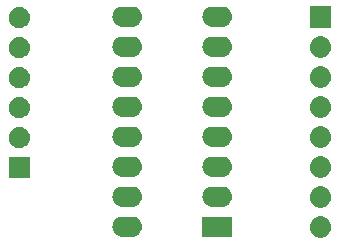
<source format=gbr>
G04 #@! TF.GenerationSoftware,KiCad,Pcbnew,5.0.2-bee76a0~70~ubuntu18.04.1*
G04 #@! TF.CreationDate,2019-03-01T21:34:11+01:00*
G04 #@! TF.ProjectId,MCP3008_filled,4d435033-3030-4385-9f66-696c6c65642e,2*
G04 #@! TF.SameCoordinates,Original*
G04 #@! TF.FileFunction,Soldermask,Top*
G04 #@! TF.FilePolarity,Negative*
%FSLAX46Y46*%
G04 Gerber Fmt 4.6, Leading zero omitted, Abs format (unit mm)*
G04 Created by KiCad (PCBNEW 5.0.2-bee76a0~70~ubuntu18.04.1) date Fr 01 Mär 2019 21:34:11 CET*
%MOMM*%
%LPD*%
G01*
G04 APERTURE LIST*
%ADD10C,0.100000*%
G04 APERTURE END LIST*
D10*
G36*
X205850443Y-92885519D02*
X205916627Y-92892037D01*
X206029853Y-92926384D01*
X206086467Y-92943557D01*
X206225087Y-93017652D01*
X206242991Y-93027222D01*
X206278729Y-93056552D01*
X206380186Y-93139814D01*
X206463448Y-93241271D01*
X206492778Y-93277009D01*
X206492779Y-93277011D01*
X206576443Y-93433533D01*
X206576443Y-93433534D01*
X206627963Y-93603373D01*
X206645359Y-93780000D01*
X206627963Y-93956627D01*
X206593616Y-94069853D01*
X206576443Y-94126467D01*
X206502348Y-94265087D01*
X206492778Y-94282991D01*
X206463448Y-94318729D01*
X206380186Y-94420186D01*
X206278729Y-94503448D01*
X206242991Y-94532778D01*
X206242989Y-94532779D01*
X206086467Y-94616443D01*
X206029853Y-94633616D01*
X205916627Y-94667963D01*
X205850443Y-94674481D01*
X205784260Y-94681000D01*
X205695740Y-94681000D01*
X205629557Y-94674481D01*
X205563373Y-94667963D01*
X205450147Y-94633616D01*
X205393533Y-94616443D01*
X205237011Y-94532779D01*
X205237009Y-94532778D01*
X205201271Y-94503448D01*
X205099814Y-94420186D01*
X205016552Y-94318729D01*
X204987222Y-94282991D01*
X204977652Y-94265087D01*
X204903557Y-94126467D01*
X204886384Y-94069853D01*
X204852037Y-93956627D01*
X204834641Y-93780000D01*
X204852037Y-93603373D01*
X204903557Y-93433534D01*
X204903557Y-93433533D01*
X204987221Y-93277011D01*
X204987222Y-93277009D01*
X205016552Y-93241271D01*
X205099814Y-93139814D01*
X205201271Y-93056552D01*
X205237009Y-93027222D01*
X205254913Y-93017652D01*
X205393533Y-92943557D01*
X205450147Y-92926384D01*
X205563373Y-92892037D01*
X205629558Y-92885518D01*
X205695740Y-92879000D01*
X205784260Y-92879000D01*
X205850443Y-92885519D01*
X205850443Y-92885519D01*
G37*
G36*
X198251000Y-94601000D02*
X195749000Y-94601000D01*
X195749000Y-92899000D01*
X198251000Y-92899000D01*
X198251000Y-94601000D01*
X198251000Y-94601000D01*
G37*
G36*
X189946821Y-92911313D02*
X189946824Y-92911314D01*
X189946825Y-92911314D01*
X190107239Y-92959975D01*
X190107241Y-92959976D01*
X190107244Y-92959977D01*
X190255078Y-93038995D01*
X190384659Y-93145341D01*
X190491005Y-93274922D01*
X190570023Y-93422756D01*
X190570024Y-93422759D01*
X190570025Y-93422761D01*
X190618686Y-93583175D01*
X190618687Y-93583179D01*
X190635117Y-93750000D01*
X190618687Y-93916821D01*
X190570023Y-94077244D01*
X190491005Y-94225078D01*
X190384659Y-94354659D01*
X190255078Y-94461005D01*
X190107244Y-94540023D01*
X190107241Y-94540024D01*
X190107239Y-94540025D01*
X189946825Y-94588686D01*
X189946824Y-94588686D01*
X189946821Y-94588687D01*
X189821804Y-94601000D01*
X188938196Y-94601000D01*
X188813179Y-94588687D01*
X188813176Y-94588686D01*
X188813175Y-94588686D01*
X188652761Y-94540025D01*
X188652759Y-94540024D01*
X188652756Y-94540023D01*
X188504922Y-94461005D01*
X188375341Y-94354659D01*
X188268995Y-94225078D01*
X188189977Y-94077244D01*
X188141313Y-93916821D01*
X188124883Y-93750000D01*
X188141313Y-93583179D01*
X188141314Y-93583175D01*
X188189975Y-93422761D01*
X188189976Y-93422759D01*
X188189977Y-93422756D01*
X188268995Y-93274922D01*
X188375341Y-93145341D01*
X188504922Y-93038995D01*
X188652756Y-92959977D01*
X188652759Y-92959976D01*
X188652761Y-92959975D01*
X188813175Y-92911314D01*
X188813176Y-92911314D01*
X188813179Y-92911313D01*
X188938196Y-92899000D01*
X189821804Y-92899000D01*
X189946821Y-92911313D01*
X189946821Y-92911313D01*
G37*
G36*
X205850443Y-90345519D02*
X205916627Y-90352037D01*
X206029853Y-90386384D01*
X206086467Y-90403557D01*
X206225087Y-90477652D01*
X206242991Y-90487222D01*
X206278729Y-90516552D01*
X206380186Y-90599814D01*
X206463448Y-90701271D01*
X206492778Y-90737009D01*
X206492779Y-90737011D01*
X206576443Y-90893533D01*
X206576443Y-90893534D01*
X206627963Y-91063373D01*
X206645359Y-91240000D01*
X206627963Y-91416627D01*
X206593616Y-91529853D01*
X206576443Y-91586467D01*
X206502348Y-91725087D01*
X206492778Y-91742991D01*
X206463448Y-91778729D01*
X206380186Y-91880186D01*
X206278729Y-91963448D01*
X206242991Y-91992778D01*
X206242989Y-91992779D01*
X206086467Y-92076443D01*
X206029853Y-92093616D01*
X205916627Y-92127963D01*
X205850442Y-92134482D01*
X205784260Y-92141000D01*
X205695740Y-92141000D01*
X205629558Y-92134482D01*
X205563373Y-92127963D01*
X205450147Y-92093616D01*
X205393533Y-92076443D01*
X205237011Y-91992779D01*
X205237009Y-91992778D01*
X205201271Y-91963448D01*
X205099814Y-91880186D01*
X205016552Y-91778729D01*
X204987222Y-91742991D01*
X204977652Y-91725087D01*
X204903557Y-91586467D01*
X204886384Y-91529853D01*
X204852037Y-91416627D01*
X204834641Y-91240000D01*
X204852037Y-91063373D01*
X204903557Y-90893534D01*
X204903557Y-90893533D01*
X204987221Y-90737011D01*
X204987222Y-90737009D01*
X205016552Y-90701271D01*
X205099814Y-90599814D01*
X205201271Y-90516552D01*
X205237009Y-90487222D01*
X205254913Y-90477652D01*
X205393533Y-90403557D01*
X205450147Y-90386384D01*
X205563373Y-90352037D01*
X205629557Y-90345519D01*
X205695740Y-90339000D01*
X205784260Y-90339000D01*
X205850443Y-90345519D01*
X205850443Y-90345519D01*
G37*
G36*
X189946821Y-90371313D02*
X189946824Y-90371314D01*
X189946825Y-90371314D01*
X190107239Y-90419975D01*
X190107241Y-90419976D01*
X190107244Y-90419977D01*
X190255078Y-90498995D01*
X190384659Y-90605341D01*
X190491005Y-90734922D01*
X190570023Y-90882756D01*
X190570024Y-90882759D01*
X190570025Y-90882761D01*
X190618686Y-91043175D01*
X190618687Y-91043179D01*
X190635117Y-91210000D01*
X190618687Y-91376821D01*
X190570023Y-91537244D01*
X190491005Y-91685078D01*
X190384659Y-91814659D01*
X190255078Y-91921005D01*
X190107244Y-92000023D01*
X190107241Y-92000024D01*
X190107239Y-92000025D01*
X189946825Y-92048686D01*
X189946824Y-92048686D01*
X189946821Y-92048687D01*
X189821804Y-92061000D01*
X188938196Y-92061000D01*
X188813179Y-92048687D01*
X188813176Y-92048686D01*
X188813175Y-92048686D01*
X188652761Y-92000025D01*
X188652759Y-92000024D01*
X188652756Y-92000023D01*
X188504922Y-91921005D01*
X188375341Y-91814659D01*
X188268995Y-91685078D01*
X188189977Y-91537244D01*
X188141313Y-91376821D01*
X188124883Y-91210000D01*
X188141313Y-91043179D01*
X188141314Y-91043175D01*
X188189975Y-90882761D01*
X188189976Y-90882759D01*
X188189977Y-90882756D01*
X188268995Y-90734922D01*
X188375341Y-90605341D01*
X188504922Y-90498995D01*
X188652756Y-90419977D01*
X188652759Y-90419976D01*
X188652761Y-90419975D01*
X188813175Y-90371314D01*
X188813176Y-90371314D01*
X188813179Y-90371313D01*
X188938196Y-90359000D01*
X189821804Y-90359000D01*
X189946821Y-90371313D01*
X189946821Y-90371313D01*
G37*
G36*
X197566821Y-90371313D02*
X197566824Y-90371314D01*
X197566825Y-90371314D01*
X197727239Y-90419975D01*
X197727241Y-90419976D01*
X197727244Y-90419977D01*
X197875078Y-90498995D01*
X198004659Y-90605341D01*
X198111005Y-90734922D01*
X198190023Y-90882756D01*
X198190024Y-90882759D01*
X198190025Y-90882761D01*
X198238686Y-91043175D01*
X198238687Y-91043179D01*
X198255117Y-91210000D01*
X198238687Y-91376821D01*
X198190023Y-91537244D01*
X198111005Y-91685078D01*
X198004659Y-91814659D01*
X197875078Y-91921005D01*
X197727244Y-92000023D01*
X197727241Y-92000024D01*
X197727239Y-92000025D01*
X197566825Y-92048686D01*
X197566824Y-92048686D01*
X197566821Y-92048687D01*
X197441804Y-92061000D01*
X196558196Y-92061000D01*
X196433179Y-92048687D01*
X196433176Y-92048686D01*
X196433175Y-92048686D01*
X196272761Y-92000025D01*
X196272759Y-92000024D01*
X196272756Y-92000023D01*
X196124922Y-91921005D01*
X195995341Y-91814659D01*
X195888995Y-91685078D01*
X195809977Y-91537244D01*
X195761313Y-91376821D01*
X195744883Y-91210000D01*
X195761313Y-91043179D01*
X195761314Y-91043175D01*
X195809975Y-90882761D01*
X195809976Y-90882759D01*
X195809977Y-90882756D01*
X195888995Y-90734922D01*
X195995341Y-90605341D01*
X196124922Y-90498995D01*
X196272756Y-90419977D01*
X196272759Y-90419976D01*
X196272761Y-90419975D01*
X196433175Y-90371314D01*
X196433176Y-90371314D01*
X196433179Y-90371313D01*
X196558196Y-90359000D01*
X197441804Y-90359000D01*
X197566821Y-90371313D01*
X197566821Y-90371313D01*
G37*
G36*
X181151000Y-89651000D02*
X179349000Y-89651000D01*
X179349000Y-87849000D01*
X181151000Y-87849000D01*
X181151000Y-89651000D01*
X181151000Y-89651000D01*
G37*
G36*
X205850443Y-87805519D02*
X205916627Y-87812037D01*
X206029853Y-87846384D01*
X206086467Y-87863557D01*
X206225087Y-87937652D01*
X206242991Y-87947222D01*
X206278729Y-87976552D01*
X206380186Y-88059814D01*
X206463448Y-88161271D01*
X206492778Y-88197009D01*
X206492779Y-88197011D01*
X206576443Y-88353533D01*
X206576443Y-88353534D01*
X206627963Y-88523373D01*
X206645359Y-88700000D01*
X206627963Y-88876627D01*
X206593616Y-88989853D01*
X206576443Y-89046467D01*
X206502348Y-89185087D01*
X206492778Y-89202991D01*
X206463448Y-89238729D01*
X206380186Y-89340186D01*
X206278729Y-89423448D01*
X206242991Y-89452778D01*
X206242989Y-89452779D01*
X206086467Y-89536443D01*
X206029853Y-89553616D01*
X205916627Y-89587963D01*
X205850443Y-89594481D01*
X205784260Y-89601000D01*
X205695740Y-89601000D01*
X205629557Y-89594481D01*
X205563373Y-89587963D01*
X205450147Y-89553616D01*
X205393533Y-89536443D01*
X205237011Y-89452779D01*
X205237009Y-89452778D01*
X205201271Y-89423448D01*
X205099814Y-89340186D01*
X205016552Y-89238729D01*
X204987222Y-89202991D01*
X204977652Y-89185087D01*
X204903557Y-89046467D01*
X204886384Y-88989853D01*
X204852037Y-88876627D01*
X204834641Y-88700000D01*
X204852037Y-88523373D01*
X204903557Y-88353534D01*
X204903557Y-88353533D01*
X204987221Y-88197011D01*
X204987222Y-88197009D01*
X205016552Y-88161271D01*
X205099814Y-88059814D01*
X205201271Y-87976552D01*
X205237009Y-87947222D01*
X205254913Y-87937652D01*
X205393533Y-87863557D01*
X205450147Y-87846384D01*
X205563373Y-87812037D01*
X205629557Y-87805519D01*
X205695740Y-87799000D01*
X205784260Y-87799000D01*
X205850443Y-87805519D01*
X205850443Y-87805519D01*
G37*
G36*
X197566821Y-87831313D02*
X197566824Y-87831314D01*
X197566825Y-87831314D01*
X197727239Y-87879975D01*
X197727241Y-87879976D01*
X197727244Y-87879977D01*
X197875078Y-87958995D01*
X198004659Y-88065341D01*
X198111005Y-88194922D01*
X198190023Y-88342756D01*
X198190024Y-88342759D01*
X198190025Y-88342761D01*
X198238686Y-88503175D01*
X198238687Y-88503179D01*
X198255117Y-88670000D01*
X198238687Y-88836821D01*
X198190023Y-88997244D01*
X198111005Y-89145078D01*
X198004659Y-89274659D01*
X197875078Y-89381005D01*
X197727244Y-89460023D01*
X197727241Y-89460024D01*
X197727239Y-89460025D01*
X197566825Y-89508686D01*
X197566824Y-89508686D01*
X197566821Y-89508687D01*
X197441804Y-89521000D01*
X196558196Y-89521000D01*
X196433179Y-89508687D01*
X196433176Y-89508686D01*
X196433175Y-89508686D01*
X196272761Y-89460025D01*
X196272759Y-89460024D01*
X196272756Y-89460023D01*
X196124922Y-89381005D01*
X195995341Y-89274659D01*
X195888995Y-89145078D01*
X195809977Y-88997244D01*
X195761313Y-88836821D01*
X195744883Y-88670000D01*
X195761313Y-88503179D01*
X195761314Y-88503175D01*
X195809975Y-88342761D01*
X195809976Y-88342759D01*
X195809977Y-88342756D01*
X195888995Y-88194922D01*
X195995341Y-88065341D01*
X196124922Y-87958995D01*
X196272756Y-87879977D01*
X196272759Y-87879976D01*
X196272761Y-87879975D01*
X196433175Y-87831314D01*
X196433176Y-87831314D01*
X196433179Y-87831313D01*
X196558196Y-87819000D01*
X197441804Y-87819000D01*
X197566821Y-87831313D01*
X197566821Y-87831313D01*
G37*
G36*
X189946821Y-87831313D02*
X189946824Y-87831314D01*
X189946825Y-87831314D01*
X190107239Y-87879975D01*
X190107241Y-87879976D01*
X190107244Y-87879977D01*
X190255078Y-87958995D01*
X190384659Y-88065341D01*
X190491005Y-88194922D01*
X190570023Y-88342756D01*
X190570024Y-88342759D01*
X190570025Y-88342761D01*
X190618686Y-88503175D01*
X190618687Y-88503179D01*
X190635117Y-88670000D01*
X190618687Y-88836821D01*
X190570023Y-88997244D01*
X190491005Y-89145078D01*
X190384659Y-89274659D01*
X190255078Y-89381005D01*
X190107244Y-89460023D01*
X190107241Y-89460024D01*
X190107239Y-89460025D01*
X189946825Y-89508686D01*
X189946824Y-89508686D01*
X189946821Y-89508687D01*
X189821804Y-89521000D01*
X188938196Y-89521000D01*
X188813179Y-89508687D01*
X188813176Y-89508686D01*
X188813175Y-89508686D01*
X188652761Y-89460025D01*
X188652759Y-89460024D01*
X188652756Y-89460023D01*
X188504922Y-89381005D01*
X188375341Y-89274659D01*
X188268995Y-89145078D01*
X188189977Y-88997244D01*
X188141313Y-88836821D01*
X188124883Y-88670000D01*
X188141313Y-88503179D01*
X188141314Y-88503175D01*
X188189975Y-88342761D01*
X188189976Y-88342759D01*
X188189977Y-88342756D01*
X188268995Y-88194922D01*
X188375341Y-88065341D01*
X188504922Y-87958995D01*
X188652756Y-87879977D01*
X188652759Y-87879976D01*
X188652761Y-87879975D01*
X188813175Y-87831314D01*
X188813176Y-87831314D01*
X188813179Y-87831313D01*
X188938196Y-87819000D01*
X189821804Y-87819000D01*
X189946821Y-87831313D01*
X189946821Y-87831313D01*
G37*
G36*
X180360442Y-85315518D02*
X180426627Y-85322037D01*
X180539853Y-85356384D01*
X180596467Y-85373557D01*
X180681474Y-85418995D01*
X180752991Y-85457222D01*
X180788729Y-85486552D01*
X180890186Y-85569814D01*
X180973448Y-85671271D01*
X181002778Y-85707009D01*
X181002779Y-85707011D01*
X181086443Y-85863533D01*
X181086443Y-85863534D01*
X181137963Y-86033373D01*
X181155359Y-86210000D01*
X181137963Y-86386627D01*
X181103616Y-86499853D01*
X181086443Y-86556467D01*
X181060459Y-86605078D01*
X181002778Y-86712991D01*
X180984995Y-86734659D01*
X180890186Y-86850186D01*
X180788729Y-86933448D01*
X180752991Y-86962778D01*
X180752989Y-86962779D01*
X180596467Y-87046443D01*
X180548478Y-87061000D01*
X180426627Y-87097963D01*
X180360442Y-87104482D01*
X180294260Y-87111000D01*
X180205740Y-87111000D01*
X180139558Y-87104482D01*
X180073373Y-87097963D01*
X179951522Y-87061000D01*
X179903533Y-87046443D01*
X179747011Y-86962779D01*
X179747009Y-86962778D01*
X179711271Y-86933448D01*
X179609814Y-86850186D01*
X179515005Y-86734659D01*
X179497222Y-86712991D01*
X179439541Y-86605078D01*
X179413557Y-86556467D01*
X179396384Y-86499853D01*
X179362037Y-86386627D01*
X179344641Y-86210000D01*
X179362037Y-86033373D01*
X179413557Y-85863534D01*
X179413557Y-85863533D01*
X179497221Y-85707011D01*
X179497222Y-85707009D01*
X179526552Y-85671271D01*
X179609814Y-85569814D01*
X179711271Y-85486552D01*
X179747009Y-85457222D01*
X179818526Y-85418995D01*
X179903533Y-85373557D01*
X179960147Y-85356384D01*
X180073373Y-85322037D01*
X180139558Y-85315518D01*
X180205740Y-85309000D01*
X180294260Y-85309000D01*
X180360442Y-85315518D01*
X180360442Y-85315518D01*
G37*
G36*
X205850442Y-85265518D02*
X205916627Y-85272037D01*
X206029853Y-85306384D01*
X206086467Y-85323557D01*
X206180009Y-85373557D01*
X206242991Y-85407222D01*
X206278729Y-85436552D01*
X206380186Y-85519814D01*
X206463448Y-85621271D01*
X206492778Y-85657009D01*
X206492779Y-85657011D01*
X206576443Y-85813533D01*
X206576443Y-85813534D01*
X206627963Y-85983373D01*
X206645359Y-86160000D01*
X206627963Y-86336627D01*
X206593616Y-86449853D01*
X206576443Y-86506467D01*
X206502348Y-86645087D01*
X206492778Y-86662991D01*
X206463448Y-86698729D01*
X206380186Y-86800186D01*
X206278729Y-86883448D01*
X206242991Y-86912778D01*
X206242989Y-86912779D01*
X206086467Y-86996443D01*
X206029853Y-87013616D01*
X205916627Y-87047963D01*
X205850442Y-87054482D01*
X205784260Y-87061000D01*
X205695740Y-87061000D01*
X205629557Y-87054481D01*
X205563373Y-87047963D01*
X205450147Y-87013616D01*
X205393533Y-86996443D01*
X205237011Y-86912779D01*
X205237009Y-86912778D01*
X205201271Y-86883448D01*
X205099814Y-86800186D01*
X205016552Y-86698729D01*
X204987222Y-86662991D01*
X204977652Y-86645087D01*
X204903557Y-86506467D01*
X204886384Y-86449853D01*
X204852037Y-86336627D01*
X204834641Y-86160000D01*
X204852037Y-85983373D01*
X204903557Y-85813534D01*
X204903557Y-85813533D01*
X204987221Y-85657011D01*
X204987222Y-85657009D01*
X205016552Y-85621271D01*
X205099814Y-85519814D01*
X205201271Y-85436552D01*
X205237009Y-85407222D01*
X205299991Y-85373557D01*
X205393533Y-85323557D01*
X205450147Y-85306384D01*
X205563373Y-85272037D01*
X205629558Y-85265518D01*
X205695740Y-85259000D01*
X205784260Y-85259000D01*
X205850442Y-85265518D01*
X205850442Y-85265518D01*
G37*
G36*
X197566821Y-85291313D02*
X197566824Y-85291314D01*
X197566825Y-85291314D01*
X197727239Y-85339975D01*
X197727241Y-85339976D01*
X197727244Y-85339977D01*
X197875078Y-85418995D01*
X198004659Y-85525341D01*
X198111005Y-85654922D01*
X198190023Y-85802756D01*
X198190024Y-85802759D01*
X198190025Y-85802761D01*
X198208460Y-85863533D01*
X198238687Y-85963179D01*
X198255117Y-86130000D01*
X198238687Y-86296821D01*
X198190023Y-86457244D01*
X198111005Y-86605078D01*
X198004659Y-86734659D01*
X197875078Y-86841005D01*
X197727244Y-86920023D01*
X197727241Y-86920024D01*
X197727239Y-86920025D01*
X197566825Y-86968686D01*
X197566824Y-86968686D01*
X197566821Y-86968687D01*
X197441804Y-86981000D01*
X196558196Y-86981000D01*
X196433179Y-86968687D01*
X196433176Y-86968686D01*
X196433175Y-86968686D01*
X196272761Y-86920025D01*
X196272759Y-86920024D01*
X196272756Y-86920023D01*
X196124922Y-86841005D01*
X195995341Y-86734659D01*
X195888995Y-86605078D01*
X195809977Y-86457244D01*
X195761313Y-86296821D01*
X195744883Y-86130000D01*
X195761313Y-85963179D01*
X195791540Y-85863533D01*
X195809975Y-85802761D01*
X195809976Y-85802759D01*
X195809977Y-85802756D01*
X195888995Y-85654922D01*
X195995341Y-85525341D01*
X196124922Y-85418995D01*
X196272756Y-85339977D01*
X196272759Y-85339976D01*
X196272761Y-85339975D01*
X196433175Y-85291314D01*
X196433176Y-85291314D01*
X196433179Y-85291313D01*
X196558196Y-85279000D01*
X197441804Y-85279000D01*
X197566821Y-85291313D01*
X197566821Y-85291313D01*
G37*
G36*
X189946821Y-85291313D02*
X189946824Y-85291314D01*
X189946825Y-85291314D01*
X190107239Y-85339975D01*
X190107241Y-85339976D01*
X190107244Y-85339977D01*
X190255078Y-85418995D01*
X190384659Y-85525341D01*
X190491005Y-85654922D01*
X190570023Y-85802756D01*
X190570024Y-85802759D01*
X190570025Y-85802761D01*
X190588460Y-85863533D01*
X190618687Y-85963179D01*
X190635117Y-86130000D01*
X190618687Y-86296821D01*
X190570023Y-86457244D01*
X190491005Y-86605078D01*
X190384659Y-86734659D01*
X190255078Y-86841005D01*
X190107244Y-86920023D01*
X190107241Y-86920024D01*
X190107239Y-86920025D01*
X189946825Y-86968686D01*
X189946824Y-86968686D01*
X189946821Y-86968687D01*
X189821804Y-86981000D01*
X188938196Y-86981000D01*
X188813179Y-86968687D01*
X188813176Y-86968686D01*
X188813175Y-86968686D01*
X188652761Y-86920025D01*
X188652759Y-86920024D01*
X188652756Y-86920023D01*
X188504922Y-86841005D01*
X188375341Y-86734659D01*
X188268995Y-86605078D01*
X188189977Y-86457244D01*
X188141313Y-86296821D01*
X188124883Y-86130000D01*
X188141313Y-85963179D01*
X188171540Y-85863533D01*
X188189975Y-85802761D01*
X188189976Y-85802759D01*
X188189977Y-85802756D01*
X188268995Y-85654922D01*
X188375341Y-85525341D01*
X188504922Y-85418995D01*
X188652756Y-85339977D01*
X188652759Y-85339976D01*
X188652761Y-85339975D01*
X188813175Y-85291314D01*
X188813176Y-85291314D01*
X188813179Y-85291313D01*
X188938196Y-85279000D01*
X189821804Y-85279000D01*
X189946821Y-85291313D01*
X189946821Y-85291313D01*
G37*
G36*
X180360443Y-82775519D02*
X180426627Y-82782037D01*
X180539853Y-82816384D01*
X180596467Y-82833557D01*
X180681474Y-82878995D01*
X180752991Y-82917222D01*
X180788729Y-82946552D01*
X180890186Y-83029814D01*
X180973448Y-83131271D01*
X181002778Y-83167009D01*
X181002779Y-83167011D01*
X181086443Y-83323533D01*
X181086443Y-83323534D01*
X181137963Y-83493373D01*
X181155359Y-83670000D01*
X181137963Y-83846627D01*
X181103616Y-83959853D01*
X181086443Y-84016467D01*
X181060459Y-84065078D01*
X181002778Y-84172991D01*
X180984995Y-84194659D01*
X180890186Y-84310186D01*
X180788729Y-84393448D01*
X180752991Y-84422778D01*
X180752989Y-84422779D01*
X180596467Y-84506443D01*
X180548478Y-84521000D01*
X180426627Y-84557963D01*
X180360442Y-84564482D01*
X180294260Y-84571000D01*
X180205740Y-84571000D01*
X180139558Y-84564482D01*
X180073373Y-84557963D01*
X179951522Y-84521000D01*
X179903533Y-84506443D01*
X179747011Y-84422779D01*
X179747009Y-84422778D01*
X179711271Y-84393448D01*
X179609814Y-84310186D01*
X179515005Y-84194659D01*
X179497222Y-84172991D01*
X179439541Y-84065078D01*
X179413557Y-84016467D01*
X179396384Y-83959853D01*
X179362037Y-83846627D01*
X179344641Y-83670000D01*
X179362037Y-83493373D01*
X179413557Y-83323534D01*
X179413557Y-83323533D01*
X179497221Y-83167011D01*
X179497222Y-83167009D01*
X179526552Y-83131271D01*
X179609814Y-83029814D01*
X179711271Y-82946552D01*
X179747009Y-82917222D01*
X179818526Y-82878995D01*
X179903533Y-82833557D01*
X179960147Y-82816384D01*
X180073373Y-82782037D01*
X180139557Y-82775519D01*
X180205740Y-82769000D01*
X180294260Y-82769000D01*
X180360443Y-82775519D01*
X180360443Y-82775519D01*
G37*
G36*
X205850443Y-82725519D02*
X205916627Y-82732037D01*
X206029853Y-82766384D01*
X206086467Y-82783557D01*
X206180009Y-82833557D01*
X206242991Y-82867222D01*
X206278729Y-82896552D01*
X206380186Y-82979814D01*
X206463448Y-83081271D01*
X206492778Y-83117009D01*
X206492779Y-83117011D01*
X206576443Y-83273533D01*
X206576443Y-83273534D01*
X206627963Y-83443373D01*
X206645359Y-83620000D01*
X206627963Y-83796627D01*
X206593616Y-83909853D01*
X206576443Y-83966467D01*
X206502348Y-84105087D01*
X206492778Y-84122991D01*
X206463448Y-84158729D01*
X206380186Y-84260186D01*
X206278729Y-84343448D01*
X206242991Y-84372778D01*
X206242989Y-84372779D01*
X206086467Y-84456443D01*
X206029853Y-84473616D01*
X205916627Y-84507963D01*
X205850443Y-84514481D01*
X205784260Y-84521000D01*
X205695740Y-84521000D01*
X205629557Y-84514481D01*
X205563373Y-84507963D01*
X205450147Y-84473616D01*
X205393533Y-84456443D01*
X205237011Y-84372779D01*
X205237009Y-84372778D01*
X205201271Y-84343448D01*
X205099814Y-84260186D01*
X205016552Y-84158729D01*
X204987222Y-84122991D01*
X204977652Y-84105087D01*
X204903557Y-83966467D01*
X204886384Y-83909853D01*
X204852037Y-83796627D01*
X204834641Y-83620000D01*
X204852037Y-83443373D01*
X204903557Y-83273534D01*
X204903557Y-83273533D01*
X204987221Y-83117011D01*
X204987222Y-83117009D01*
X205016552Y-83081271D01*
X205099814Y-82979814D01*
X205201271Y-82896552D01*
X205237009Y-82867222D01*
X205299991Y-82833557D01*
X205393533Y-82783557D01*
X205450147Y-82766384D01*
X205563373Y-82732037D01*
X205629557Y-82725519D01*
X205695740Y-82719000D01*
X205784260Y-82719000D01*
X205850443Y-82725519D01*
X205850443Y-82725519D01*
G37*
G36*
X197566821Y-82751313D02*
X197566824Y-82751314D01*
X197566825Y-82751314D01*
X197727239Y-82799975D01*
X197727241Y-82799976D01*
X197727244Y-82799977D01*
X197875078Y-82878995D01*
X198004659Y-82985341D01*
X198111005Y-83114922D01*
X198190023Y-83262756D01*
X198190024Y-83262759D01*
X198190025Y-83262761D01*
X198208460Y-83323533D01*
X198238687Y-83423179D01*
X198255117Y-83590000D01*
X198238687Y-83756821D01*
X198190023Y-83917244D01*
X198111005Y-84065078D01*
X198004659Y-84194659D01*
X197875078Y-84301005D01*
X197727244Y-84380023D01*
X197727241Y-84380024D01*
X197727239Y-84380025D01*
X197566825Y-84428686D01*
X197566824Y-84428686D01*
X197566821Y-84428687D01*
X197441804Y-84441000D01*
X196558196Y-84441000D01*
X196433179Y-84428687D01*
X196433176Y-84428686D01*
X196433175Y-84428686D01*
X196272761Y-84380025D01*
X196272759Y-84380024D01*
X196272756Y-84380023D01*
X196124922Y-84301005D01*
X195995341Y-84194659D01*
X195888995Y-84065078D01*
X195809977Y-83917244D01*
X195761313Y-83756821D01*
X195744883Y-83590000D01*
X195761313Y-83423179D01*
X195791540Y-83323533D01*
X195809975Y-83262761D01*
X195809976Y-83262759D01*
X195809977Y-83262756D01*
X195888995Y-83114922D01*
X195995341Y-82985341D01*
X196124922Y-82878995D01*
X196272756Y-82799977D01*
X196272759Y-82799976D01*
X196272761Y-82799975D01*
X196433175Y-82751314D01*
X196433176Y-82751314D01*
X196433179Y-82751313D01*
X196558196Y-82739000D01*
X197441804Y-82739000D01*
X197566821Y-82751313D01*
X197566821Y-82751313D01*
G37*
G36*
X189946821Y-82751313D02*
X189946824Y-82751314D01*
X189946825Y-82751314D01*
X190107239Y-82799975D01*
X190107241Y-82799976D01*
X190107244Y-82799977D01*
X190255078Y-82878995D01*
X190384659Y-82985341D01*
X190491005Y-83114922D01*
X190570023Y-83262756D01*
X190570024Y-83262759D01*
X190570025Y-83262761D01*
X190588460Y-83323533D01*
X190618687Y-83423179D01*
X190635117Y-83590000D01*
X190618687Y-83756821D01*
X190570023Y-83917244D01*
X190491005Y-84065078D01*
X190384659Y-84194659D01*
X190255078Y-84301005D01*
X190107244Y-84380023D01*
X190107241Y-84380024D01*
X190107239Y-84380025D01*
X189946825Y-84428686D01*
X189946824Y-84428686D01*
X189946821Y-84428687D01*
X189821804Y-84441000D01*
X188938196Y-84441000D01*
X188813179Y-84428687D01*
X188813176Y-84428686D01*
X188813175Y-84428686D01*
X188652761Y-84380025D01*
X188652759Y-84380024D01*
X188652756Y-84380023D01*
X188504922Y-84301005D01*
X188375341Y-84194659D01*
X188268995Y-84065078D01*
X188189977Y-83917244D01*
X188141313Y-83756821D01*
X188124883Y-83590000D01*
X188141313Y-83423179D01*
X188171540Y-83323533D01*
X188189975Y-83262761D01*
X188189976Y-83262759D01*
X188189977Y-83262756D01*
X188268995Y-83114922D01*
X188375341Y-82985341D01*
X188504922Y-82878995D01*
X188652756Y-82799977D01*
X188652759Y-82799976D01*
X188652761Y-82799975D01*
X188813175Y-82751314D01*
X188813176Y-82751314D01*
X188813179Y-82751313D01*
X188938196Y-82739000D01*
X189821804Y-82739000D01*
X189946821Y-82751313D01*
X189946821Y-82751313D01*
G37*
G36*
X180360442Y-80235518D02*
X180426627Y-80242037D01*
X180539853Y-80276384D01*
X180596467Y-80293557D01*
X180681474Y-80338995D01*
X180752991Y-80377222D01*
X180788729Y-80406552D01*
X180890186Y-80489814D01*
X180973448Y-80591271D01*
X181002778Y-80627009D01*
X181002779Y-80627011D01*
X181086443Y-80783533D01*
X181086443Y-80783534D01*
X181137963Y-80953373D01*
X181155359Y-81130000D01*
X181137963Y-81306627D01*
X181103616Y-81419853D01*
X181086443Y-81476467D01*
X181060459Y-81525078D01*
X181002778Y-81632991D01*
X180984995Y-81654659D01*
X180890186Y-81770186D01*
X180788729Y-81853448D01*
X180752991Y-81882778D01*
X180752989Y-81882779D01*
X180596467Y-81966443D01*
X180548478Y-81981000D01*
X180426627Y-82017963D01*
X180360443Y-82024481D01*
X180294260Y-82031000D01*
X180205740Y-82031000D01*
X180139557Y-82024481D01*
X180073373Y-82017963D01*
X179951522Y-81981000D01*
X179903533Y-81966443D01*
X179747011Y-81882779D01*
X179747009Y-81882778D01*
X179711271Y-81853448D01*
X179609814Y-81770186D01*
X179515005Y-81654659D01*
X179497222Y-81632991D01*
X179439541Y-81525078D01*
X179413557Y-81476467D01*
X179396384Y-81419853D01*
X179362037Y-81306627D01*
X179344641Y-81130000D01*
X179362037Y-80953373D01*
X179413557Y-80783534D01*
X179413557Y-80783533D01*
X179497221Y-80627011D01*
X179497222Y-80627009D01*
X179526552Y-80591271D01*
X179609814Y-80489814D01*
X179711271Y-80406552D01*
X179747009Y-80377222D01*
X179818526Y-80338995D01*
X179903533Y-80293557D01*
X179960147Y-80276384D01*
X180073373Y-80242037D01*
X180139558Y-80235518D01*
X180205740Y-80229000D01*
X180294260Y-80229000D01*
X180360442Y-80235518D01*
X180360442Y-80235518D01*
G37*
G36*
X205850443Y-80185519D02*
X205916627Y-80192037D01*
X206029853Y-80226384D01*
X206086467Y-80243557D01*
X206180009Y-80293557D01*
X206242991Y-80327222D01*
X206278729Y-80356552D01*
X206380186Y-80439814D01*
X206463448Y-80541271D01*
X206492778Y-80577009D01*
X206492779Y-80577011D01*
X206576443Y-80733533D01*
X206576443Y-80733534D01*
X206627963Y-80903373D01*
X206645359Y-81080000D01*
X206627963Y-81256627D01*
X206593616Y-81369853D01*
X206576443Y-81426467D01*
X206502348Y-81565087D01*
X206492778Y-81582991D01*
X206463448Y-81618729D01*
X206380186Y-81720186D01*
X206278729Y-81803448D01*
X206242991Y-81832778D01*
X206242989Y-81832779D01*
X206086467Y-81916443D01*
X206029853Y-81933616D01*
X205916627Y-81967963D01*
X205850442Y-81974482D01*
X205784260Y-81981000D01*
X205695740Y-81981000D01*
X205629558Y-81974482D01*
X205563373Y-81967963D01*
X205450147Y-81933616D01*
X205393533Y-81916443D01*
X205237011Y-81832779D01*
X205237009Y-81832778D01*
X205201271Y-81803448D01*
X205099814Y-81720186D01*
X205016552Y-81618729D01*
X204987222Y-81582991D01*
X204977652Y-81565087D01*
X204903557Y-81426467D01*
X204886384Y-81369853D01*
X204852037Y-81256627D01*
X204834641Y-81080000D01*
X204852037Y-80903373D01*
X204903557Y-80733534D01*
X204903557Y-80733533D01*
X204987221Y-80577011D01*
X204987222Y-80577009D01*
X205016552Y-80541271D01*
X205099814Y-80439814D01*
X205201271Y-80356552D01*
X205237009Y-80327222D01*
X205299991Y-80293557D01*
X205393533Y-80243557D01*
X205450147Y-80226384D01*
X205563373Y-80192037D01*
X205629557Y-80185519D01*
X205695740Y-80179000D01*
X205784260Y-80179000D01*
X205850443Y-80185519D01*
X205850443Y-80185519D01*
G37*
G36*
X197566821Y-80211313D02*
X197566824Y-80211314D01*
X197566825Y-80211314D01*
X197727239Y-80259975D01*
X197727241Y-80259976D01*
X197727244Y-80259977D01*
X197875078Y-80338995D01*
X198004659Y-80445341D01*
X198111005Y-80574922D01*
X198190023Y-80722756D01*
X198190024Y-80722759D01*
X198190025Y-80722761D01*
X198208460Y-80783533D01*
X198238687Y-80883179D01*
X198255117Y-81050000D01*
X198238687Y-81216821D01*
X198190023Y-81377244D01*
X198111005Y-81525078D01*
X198004659Y-81654659D01*
X197875078Y-81761005D01*
X197727244Y-81840023D01*
X197727241Y-81840024D01*
X197727239Y-81840025D01*
X197566825Y-81888686D01*
X197566824Y-81888686D01*
X197566821Y-81888687D01*
X197441804Y-81901000D01*
X196558196Y-81901000D01*
X196433179Y-81888687D01*
X196433176Y-81888686D01*
X196433175Y-81888686D01*
X196272761Y-81840025D01*
X196272759Y-81840024D01*
X196272756Y-81840023D01*
X196124922Y-81761005D01*
X195995341Y-81654659D01*
X195888995Y-81525078D01*
X195809977Y-81377244D01*
X195761313Y-81216821D01*
X195744883Y-81050000D01*
X195761313Y-80883179D01*
X195791540Y-80783533D01*
X195809975Y-80722761D01*
X195809976Y-80722759D01*
X195809977Y-80722756D01*
X195888995Y-80574922D01*
X195995341Y-80445341D01*
X196124922Y-80338995D01*
X196272756Y-80259977D01*
X196272759Y-80259976D01*
X196272761Y-80259975D01*
X196433175Y-80211314D01*
X196433176Y-80211314D01*
X196433179Y-80211313D01*
X196558196Y-80199000D01*
X197441804Y-80199000D01*
X197566821Y-80211313D01*
X197566821Y-80211313D01*
G37*
G36*
X189946821Y-80211313D02*
X189946824Y-80211314D01*
X189946825Y-80211314D01*
X190107239Y-80259975D01*
X190107241Y-80259976D01*
X190107244Y-80259977D01*
X190255078Y-80338995D01*
X190384659Y-80445341D01*
X190491005Y-80574922D01*
X190570023Y-80722756D01*
X190570024Y-80722759D01*
X190570025Y-80722761D01*
X190588460Y-80783533D01*
X190618687Y-80883179D01*
X190635117Y-81050000D01*
X190618687Y-81216821D01*
X190570023Y-81377244D01*
X190491005Y-81525078D01*
X190384659Y-81654659D01*
X190255078Y-81761005D01*
X190107244Y-81840023D01*
X190107241Y-81840024D01*
X190107239Y-81840025D01*
X189946825Y-81888686D01*
X189946824Y-81888686D01*
X189946821Y-81888687D01*
X189821804Y-81901000D01*
X188938196Y-81901000D01*
X188813179Y-81888687D01*
X188813176Y-81888686D01*
X188813175Y-81888686D01*
X188652761Y-81840025D01*
X188652759Y-81840024D01*
X188652756Y-81840023D01*
X188504922Y-81761005D01*
X188375341Y-81654659D01*
X188268995Y-81525078D01*
X188189977Y-81377244D01*
X188141313Y-81216821D01*
X188124883Y-81050000D01*
X188141313Y-80883179D01*
X188171540Y-80783533D01*
X188189975Y-80722761D01*
X188189976Y-80722759D01*
X188189977Y-80722756D01*
X188268995Y-80574922D01*
X188375341Y-80445341D01*
X188504922Y-80338995D01*
X188652756Y-80259977D01*
X188652759Y-80259976D01*
X188652761Y-80259975D01*
X188813175Y-80211314D01*
X188813176Y-80211314D01*
X188813179Y-80211313D01*
X188938196Y-80199000D01*
X189821804Y-80199000D01*
X189946821Y-80211313D01*
X189946821Y-80211313D01*
G37*
G36*
X180360442Y-77695518D02*
X180426627Y-77702037D01*
X180539853Y-77736384D01*
X180596467Y-77753557D01*
X180681474Y-77798995D01*
X180752991Y-77837222D01*
X180788729Y-77866552D01*
X180890186Y-77949814D01*
X180973448Y-78051271D01*
X181002778Y-78087009D01*
X181002779Y-78087011D01*
X181086443Y-78243533D01*
X181086443Y-78243534D01*
X181137963Y-78413373D01*
X181155359Y-78590000D01*
X181137963Y-78766627D01*
X181103616Y-78879853D01*
X181086443Y-78936467D01*
X181060459Y-78985078D01*
X181002778Y-79092991D01*
X180984995Y-79114659D01*
X180890186Y-79230186D01*
X180788729Y-79313448D01*
X180752991Y-79342778D01*
X180752989Y-79342779D01*
X180596467Y-79426443D01*
X180548478Y-79441000D01*
X180426627Y-79477963D01*
X180360442Y-79484482D01*
X180294260Y-79491000D01*
X180205740Y-79491000D01*
X180139558Y-79484482D01*
X180073373Y-79477963D01*
X179951522Y-79441000D01*
X179903533Y-79426443D01*
X179747011Y-79342779D01*
X179747009Y-79342778D01*
X179711271Y-79313448D01*
X179609814Y-79230186D01*
X179515005Y-79114659D01*
X179497222Y-79092991D01*
X179439541Y-78985078D01*
X179413557Y-78936467D01*
X179396384Y-78879853D01*
X179362037Y-78766627D01*
X179344641Y-78590000D01*
X179362037Y-78413373D01*
X179413557Y-78243534D01*
X179413557Y-78243533D01*
X179497221Y-78087011D01*
X179497222Y-78087009D01*
X179526552Y-78051271D01*
X179609814Y-77949814D01*
X179711271Y-77866552D01*
X179747009Y-77837222D01*
X179818526Y-77798995D01*
X179903533Y-77753557D01*
X179960147Y-77736384D01*
X180073373Y-77702037D01*
X180139558Y-77695518D01*
X180205740Y-77689000D01*
X180294260Y-77689000D01*
X180360442Y-77695518D01*
X180360442Y-77695518D01*
G37*
G36*
X205850442Y-77645518D02*
X205916627Y-77652037D01*
X206029853Y-77686384D01*
X206086467Y-77703557D01*
X206180009Y-77753557D01*
X206242991Y-77787222D01*
X206278729Y-77816552D01*
X206380186Y-77899814D01*
X206463448Y-78001271D01*
X206492778Y-78037009D01*
X206492779Y-78037011D01*
X206576443Y-78193533D01*
X206576443Y-78193534D01*
X206627963Y-78363373D01*
X206645359Y-78540000D01*
X206627963Y-78716627D01*
X206593616Y-78829853D01*
X206576443Y-78886467D01*
X206502348Y-79025087D01*
X206492778Y-79042991D01*
X206463448Y-79078729D01*
X206380186Y-79180186D01*
X206278729Y-79263448D01*
X206242991Y-79292778D01*
X206242989Y-79292779D01*
X206086467Y-79376443D01*
X206029853Y-79393616D01*
X205916627Y-79427963D01*
X205850443Y-79434481D01*
X205784260Y-79441000D01*
X205695740Y-79441000D01*
X205629557Y-79434481D01*
X205563373Y-79427963D01*
X205450147Y-79393616D01*
X205393533Y-79376443D01*
X205237011Y-79292779D01*
X205237009Y-79292778D01*
X205201271Y-79263448D01*
X205099814Y-79180186D01*
X205016552Y-79078729D01*
X204987222Y-79042991D01*
X204977652Y-79025087D01*
X204903557Y-78886467D01*
X204886384Y-78829853D01*
X204852037Y-78716627D01*
X204834641Y-78540000D01*
X204852037Y-78363373D01*
X204903557Y-78193534D01*
X204903557Y-78193533D01*
X204987221Y-78037011D01*
X204987222Y-78037009D01*
X205016552Y-78001271D01*
X205099814Y-77899814D01*
X205201271Y-77816552D01*
X205237009Y-77787222D01*
X205299991Y-77753557D01*
X205393533Y-77703557D01*
X205450147Y-77686384D01*
X205563373Y-77652037D01*
X205629558Y-77645518D01*
X205695740Y-77639000D01*
X205784260Y-77639000D01*
X205850442Y-77645518D01*
X205850442Y-77645518D01*
G37*
G36*
X197566821Y-77671313D02*
X197566824Y-77671314D01*
X197566825Y-77671314D01*
X197727239Y-77719975D01*
X197727241Y-77719976D01*
X197727244Y-77719977D01*
X197875078Y-77798995D01*
X198004659Y-77905341D01*
X198111005Y-78034922D01*
X198190023Y-78182756D01*
X198190024Y-78182759D01*
X198190025Y-78182761D01*
X198208460Y-78243533D01*
X198238687Y-78343179D01*
X198255117Y-78510000D01*
X198238687Y-78676821D01*
X198190023Y-78837244D01*
X198111005Y-78985078D01*
X198004659Y-79114659D01*
X197875078Y-79221005D01*
X197727244Y-79300023D01*
X197727241Y-79300024D01*
X197727239Y-79300025D01*
X197566825Y-79348686D01*
X197566824Y-79348686D01*
X197566821Y-79348687D01*
X197441804Y-79361000D01*
X196558196Y-79361000D01*
X196433179Y-79348687D01*
X196433176Y-79348686D01*
X196433175Y-79348686D01*
X196272761Y-79300025D01*
X196272759Y-79300024D01*
X196272756Y-79300023D01*
X196124922Y-79221005D01*
X195995341Y-79114659D01*
X195888995Y-78985078D01*
X195809977Y-78837244D01*
X195761313Y-78676821D01*
X195744883Y-78510000D01*
X195761313Y-78343179D01*
X195791540Y-78243533D01*
X195809975Y-78182761D01*
X195809976Y-78182759D01*
X195809977Y-78182756D01*
X195888995Y-78034922D01*
X195995341Y-77905341D01*
X196124922Y-77798995D01*
X196272756Y-77719977D01*
X196272759Y-77719976D01*
X196272761Y-77719975D01*
X196433175Y-77671314D01*
X196433176Y-77671314D01*
X196433179Y-77671313D01*
X196558196Y-77659000D01*
X197441804Y-77659000D01*
X197566821Y-77671313D01*
X197566821Y-77671313D01*
G37*
G36*
X189946821Y-77671313D02*
X189946824Y-77671314D01*
X189946825Y-77671314D01*
X190107239Y-77719975D01*
X190107241Y-77719976D01*
X190107244Y-77719977D01*
X190255078Y-77798995D01*
X190384659Y-77905341D01*
X190491005Y-78034922D01*
X190570023Y-78182756D01*
X190570024Y-78182759D01*
X190570025Y-78182761D01*
X190588460Y-78243533D01*
X190618687Y-78343179D01*
X190635117Y-78510000D01*
X190618687Y-78676821D01*
X190570023Y-78837244D01*
X190491005Y-78985078D01*
X190384659Y-79114659D01*
X190255078Y-79221005D01*
X190107244Y-79300023D01*
X190107241Y-79300024D01*
X190107239Y-79300025D01*
X189946825Y-79348686D01*
X189946824Y-79348686D01*
X189946821Y-79348687D01*
X189821804Y-79361000D01*
X188938196Y-79361000D01*
X188813179Y-79348687D01*
X188813176Y-79348686D01*
X188813175Y-79348686D01*
X188652761Y-79300025D01*
X188652759Y-79300024D01*
X188652756Y-79300023D01*
X188504922Y-79221005D01*
X188375341Y-79114659D01*
X188268995Y-78985078D01*
X188189977Y-78837244D01*
X188141313Y-78676821D01*
X188124883Y-78510000D01*
X188141313Y-78343179D01*
X188171540Y-78243533D01*
X188189975Y-78182761D01*
X188189976Y-78182759D01*
X188189977Y-78182756D01*
X188268995Y-78034922D01*
X188375341Y-77905341D01*
X188504922Y-77798995D01*
X188652756Y-77719977D01*
X188652759Y-77719976D01*
X188652761Y-77719975D01*
X188813175Y-77671314D01*
X188813176Y-77671314D01*
X188813179Y-77671313D01*
X188938196Y-77659000D01*
X189821804Y-77659000D01*
X189946821Y-77671313D01*
X189946821Y-77671313D01*
G37*
G36*
X180360443Y-75155519D02*
X180426627Y-75162037D01*
X180539853Y-75196384D01*
X180596467Y-75213557D01*
X180681474Y-75258995D01*
X180752991Y-75297222D01*
X180788729Y-75326552D01*
X180890186Y-75409814D01*
X180960031Y-75494922D01*
X181002778Y-75547009D01*
X181002779Y-75547011D01*
X181086443Y-75703533D01*
X181086443Y-75703534D01*
X181137963Y-75873373D01*
X181155359Y-76050000D01*
X181137963Y-76226627D01*
X181103616Y-76339853D01*
X181086443Y-76396467D01*
X181060459Y-76445078D01*
X181002778Y-76552991D01*
X180984995Y-76574659D01*
X180890186Y-76690186D01*
X180788729Y-76773448D01*
X180752991Y-76802778D01*
X180752989Y-76802779D01*
X180596467Y-76886443D01*
X180548478Y-76901000D01*
X180426627Y-76937963D01*
X180360442Y-76944482D01*
X180294260Y-76951000D01*
X180205740Y-76951000D01*
X180139558Y-76944482D01*
X180073373Y-76937963D01*
X179951522Y-76901000D01*
X179903533Y-76886443D01*
X179747011Y-76802779D01*
X179747009Y-76802778D01*
X179711271Y-76773448D01*
X179609814Y-76690186D01*
X179515005Y-76574659D01*
X179497222Y-76552991D01*
X179439541Y-76445078D01*
X179413557Y-76396467D01*
X179396384Y-76339853D01*
X179362037Y-76226627D01*
X179344641Y-76050000D01*
X179362037Y-75873373D01*
X179413557Y-75703534D01*
X179413557Y-75703533D01*
X179497221Y-75547011D01*
X179497222Y-75547009D01*
X179539969Y-75494922D01*
X179609814Y-75409814D01*
X179711271Y-75326552D01*
X179747009Y-75297222D01*
X179818526Y-75258995D01*
X179903533Y-75213557D01*
X179960147Y-75196384D01*
X180073373Y-75162037D01*
X180139557Y-75155519D01*
X180205740Y-75149000D01*
X180294260Y-75149000D01*
X180360443Y-75155519D01*
X180360443Y-75155519D01*
G37*
G36*
X206641000Y-76901000D02*
X204839000Y-76901000D01*
X204839000Y-75099000D01*
X206641000Y-75099000D01*
X206641000Y-76901000D01*
X206641000Y-76901000D01*
G37*
G36*
X197566821Y-75131313D02*
X197566824Y-75131314D01*
X197566825Y-75131314D01*
X197727239Y-75179975D01*
X197727241Y-75179976D01*
X197727244Y-75179977D01*
X197875078Y-75258995D01*
X198004659Y-75365341D01*
X198111005Y-75494922D01*
X198190023Y-75642756D01*
X198238687Y-75803179D01*
X198255117Y-75970000D01*
X198238687Y-76136821D01*
X198190023Y-76297244D01*
X198111005Y-76445078D01*
X198004659Y-76574659D01*
X197875078Y-76681005D01*
X197727244Y-76760023D01*
X197727241Y-76760024D01*
X197727239Y-76760025D01*
X197566825Y-76808686D01*
X197566824Y-76808686D01*
X197566821Y-76808687D01*
X197441804Y-76821000D01*
X196558196Y-76821000D01*
X196433179Y-76808687D01*
X196433176Y-76808686D01*
X196433175Y-76808686D01*
X196272761Y-76760025D01*
X196272759Y-76760024D01*
X196272756Y-76760023D01*
X196124922Y-76681005D01*
X195995341Y-76574659D01*
X195888995Y-76445078D01*
X195809977Y-76297244D01*
X195761313Y-76136821D01*
X195744883Y-75970000D01*
X195761313Y-75803179D01*
X195809977Y-75642756D01*
X195888995Y-75494922D01*
X195995341Y-75365341D01*
X196124922Y-75258995D01*
X196272756Y-75179977D01*
X196272759Y-75179976D01*
X196272761Y-75179975D01*
X196433175Y-75131314D01*
X196433176Y-75131314D01*
X196433179Y-75131313D01*
X196558196Y-75119000D01*
X197441804Y-75119000D01*
X197566821Y-75131313D01*
X197566821Y-75131313D01*
G37*
G36*
X189946821Y-75131313D02*
X189946824Y-75131314D01*
X189946825Y-75131314D01*
X190107239Y-75179975D01*
X190107241Y-75179976D01*
X190107244Y-75179977D01*
X190255078Y-75258995D01*
X190384659Y-75365341D01*
X190491005Y-75494922D01*
X190570023Y-75642756D01*
X190618687Y-75803179D01*
X190635117Y-75970000D01*
X190618687Y-76136821D01*
X190570023Y-76297244D01*
X190491005Y-76445078D01*
X190384659Y-76574659D01*
X190255078Y-76681005D01*
X190107244Y-76760023D01*
X190107241Y-76760024D01*
X190107239Y-76760025D01*
X189946825Y-76808686D01*
X189946824Y-76808686D01*
X189946821Y-76808687D01*
X189821804Y-76821000D01*
X188938196Y-76821000D01*
X188813179Y-76808687D01*
X188813176Y-76808686D01*
X188813175Y-76808686D01*
X188652761Y-76760025D01*
X188652759Y-76760024D01*
X188652756Y-76760023D01*
X188504922Y-76681005D01*
X188375341Y-76574659D01*
X188268995Y-76445078D01*
X188189977Y-76297244D01*
X188141313Y-76136821D01*
X188124883Y-75970000D01*
X188141313Y-75803179D01*
X188189977Y-75642756D01*
X188268995Y-75494922D01*
X188375341Y-75365341D01*
X188504922Y-75258995D01*
X188652756Y-75179977D01*
X188652759Y-75179976D01*
X188652761Y-75179975D01*
X188813175Y-75131314D01*
X188813176Y-75131314D01*
X188813179Y-75131313D01*
X188938196Y-75119000D01*
X189821804Y-75119000D01*
X189946821Y-75131313D01*
X189946821Y-75131313D01*
G37*
M02*

</source>
